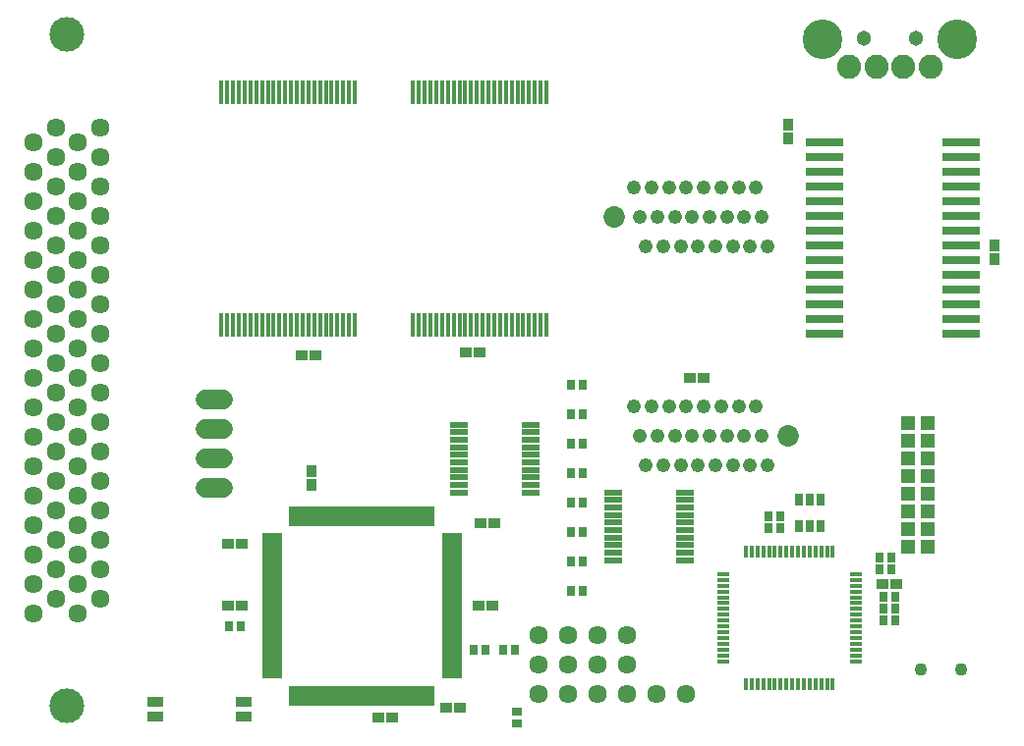
<source format=gbr>
G04 EAGLE Gerber RS-274X export*
G75*
%MOMM*%
%FSLAX34Y34*%
%LPD*%
%INSoldermask Bottom*%
%IPPOS*%
%AMOC8*
5,1,8,0,0,1.08239X$1,22.5*%
G01*
%ADD10C,1.611200*%
%ADD11C,3.003200*%
%ADD12R,0.473200X1.703200*%
%ADD13R,1.703200X0.473200*%
%ADD14R,1.050000X0.350000*%
%ADD15R,0.350000X1.050000*%
%ADD16R,3.203200X0.803200*%
%ADD17R,0.400000X2.000000*%
%ADD18C,1.211200*%
%ADD19C,1.853200*%
%ADD20R,1.603200X0.503200*%
%ADD21R,0.803200X0.903200*%
%ADD22R,0.803200X1.103200*%
%ADD23R,1.128200X0.943200*%
%ADD24R,0.943200X1.128200*%
%ADD25C,1.103200*%
%ADD26R,1.203200X1.303200*%
%ADD27R,1.473200X0.963200*%
%ADD28C,1.727200*%
%ADD29R,0.903200X0.803200*%
%ADD30C,2.082800*%
%ADD31C,3.419200*%
%ADD32C,1.303200*%


D10*
X60330Y107950D03*
X79430Y120650D03*
X60330Y133350D03*
X79430Y146050D03*
X60330Y158750D03*
X79430Y171450D03*
X60330Y184150D03*
X79430Y196850D03*
X60330Y209550D03*
X79430Y222250D03*
X60330Y234950D03*
X79430Y247650D03*
X60330Y260350D03*
X79430Y273050D03*
X60330Y285750D03*
X79430Y298450D03*
X60330Y311150D03*
X79430Y323850D03*
X60330Y336550D03*
X79430Y349250D03*
X60330Y361950D03*
X79430Y374650D03*
X60330Y387350D03*
X79430Y400050D03*
X60330Y412750D03*
X79430Y425450D03*
X60330Y438150D03*
X79430Y450850D03*
X60330Y463550D03*
X79430Y476250D03*
X60330Y488950D03*
X79430Y501650D03*
X60330Y514350D03*
X79430Y527050D03*
X22130Y107950D03*
X41230Y120650D03*
X22130Y133350D03*
X41230Y146050D03*
X22130Y158750D03*
X41230Y171450D03*
X22130Y184150D03*
X41230Y196850D03*
X22130Y209550D03*
X41230Y222250D03*
X22130Y234950D03*
X41230Y247650D03*
X22130Y260350D03*
X41230Y273050D03*
X22130Y285750D03*
X41230Y298450D03*
X22130Y311150D03*
X41230Y323850D03*
X22130Y336550D03*
X41230Y349250D03*
X22130Y361950D03*
X41230Y374650D03*
X22130Y387350D03*
X41230Y400050D03*
X22130Y412750D03*
X41230Y425450D03*
X22130Y438150D03*
X41230Y450850D03*
X22130Y463550D03*
X41230Y476250D03*
X22130Y488950D03*
X41230Y501650D03*
X22130Y514350D03*
X41230Y527050D03*
D11*
X50800Y607050D03*
X50800Y27950D03*
D12*
X244800Y36800D03*
X249800Y36800D03*
X254800Y36800D03*
X259800Y36800D03*
X264800Y36800D03*
X269800Y36800D03*
X274800Y36800D03*
X279800Y36800D03*
X284800Y36800D03*
X289800Y36800D03*
X294800Y36800D03*
X299800Y36800D03*
X304800Y36800D03*
X309800Y36800D03*
X314800Y36800D03*
X319800Y36800D03*
X324800Y36800D03*
X329800Y36800D03*
X334800Y36800D03*
X339800Y36800D03*
X344800Y36800D03*
X349800Y36800D03*
X354800Y36800D03*
X359800Y36800D03*
X364800Y36800D03*
X244800Y191800D03*
X249800Y191800D03*
X254800Y191800D03*
X259800Y191800D03*
X264800Y191800D03*
X269800Y191800D03*
X274800Y191800D03*
X279800Y191800D03*
X284800Y191800D03*
X289800Y191800D03*
X294800Y191800D03*
X299800Y191800D03*
X304800Y191800D03*
X309800Y191800D03*
X314800Y191800D03*
X319800Y191800D03*
X324800Y191800D03*
X329800Y191800D03*
X334800Y191800D03*
X339800Y191800D03*
X344800Y191800D03*
X349800Y191800D03*
X354800Y191800D03*
X359800Y191800D03*
X364800Y191800D03*
D13*
X382300Y174300D03*
X382300Y169300D03*
X382300Y164300D03*
X382300Y159300D03*
X382300Y154300D03*
X382300Y149300D03*
X382300Y144300D03*
X382300Y139300D03*
X382300Y134300D03*
X382300Y129300D03*
X382300Y124300D03*
X382300Y119300D03*
X382300Y114300D03*
X382300Y109300D03*
X382300Y104300D03*
X382300Y99300D03*
X382300Y94300D03*
X382300Y89300D03*
X382300Y84300D03*
X382300Y79300D03*
X382300Y74300D03*
X382300Y69300D03*
X382300Y64300D03*
X382300Y59300D03*
X382300Y54300D03*
X227300Y54300D03*
X227300Y59300D03*
X227300Y64300D03*
X227300Y69300D03*
X227300Y74300D03*
X227300Y79300D03*
X227300Y84300D03*
X227300Y89300D03*
X227300Y94300D03*
X227300Y99300D03*
X227300Y104300D03*
X227300Y109300D03*
X227300Y114300D03*
X227300Y119300D03*
X227300Y124300D03*
X227300Y129300D03*
X227300Y134300D03*
X227300Y139300D03*
X227300Y144300D03*
X227300Y149300D03*
X227300Y154300D03*
X227300Y159300D03*
X227300Y164300D03*
X227300Y169300D03*
X227300Y174300D03*
D14*
X730100Y141640D03*
X730100Y136640D03*
X730100Y131640D03*
X730100Y126640D03*
X730100Y121640D03*
X730100Y116640D03*
X730100Y111640D03*
X730100Y106640D03*
X730100Y101640D03*
X730100Y96640D03*
X730100Y91640D03*
X730100Y86640D03*
X730100Y81640D03*
X730100Y76640D03*
X730100Y71640D03*
X730100Y66640D03*
D15*
X710600Y47140D03*
X705600Y47140D03*
X700600Y47140D03*
X695600Y47140D03*
X690600Y47140D03*
X685600Y47140D03*
X680600Y47140D03*
X675600Y47140D03*
X670600Y47140D03*
X665600Y47140D03*
X660600Y47140D03*
X655600Y47140D03*
X650600Y47140D03*
X645600Y47140D03*
X640600Y47140D03*
X635600Y47140D03*
D14*
X616100Y66640D03*
X616100Y71640D03*
X616100Y76640D03*
X616100Y81640D03*
X616100Y86640D03*
X616100Y91640D03*
X616100Y96640D03*
X616100Y101640D03*
X616100Y106640D03*
X616100Y111640D03*
X616100Y116640D03*
X616100Y121640D03*
X616100Y126640D03*
X616100Y131640D03*
X616100Y136640D03*
X616100Y141640D03*
D15*
X635600Y161140D03*
X640600Y161140D03*
X645600Y161140D03*
X650600Y161140D03*
X655600Y161140D03*
X660600Y161140D03*
X665600Y161140D03*
X670600Y161140D03*
X675600Y161140D03*
X680600Y161140D03*
X685600Y161140D03*
X690600Y161140D03*
X695600Y161140D03*
X700600Y161140D03*
X705600Y161140D03*
X710600Y161140D03*
D16*
X821000Y514350D03*
X821000Y501650D03*
X821000Y488950D03*
X821000Y476250D03*
X821000Y463550D03*
X821000Y450850D03*
X821000Y438150D03*
X821000Y425450D03*
X821000Y412750D03*
X821000Y400050D03*
X821000Y387350D03*
X821000Y374650D03*
X821000Y361950D03*
X821000Y349250D03*
X703000Y349250D03*
X703000Y361950D03*
X703000Y374650D03*
X703000Y387350D03*
X703000Y400050D03*
X703000Y412750D03*
X703000Y425450D03*
X703000Y438150D03*
X703000Y450850D03*
X703000Y463550D03*
X703000Y476250D03*
X703000Y488950D03*
X703000Y501650D03*
X703000Y514350D03*
D17*
X183800Y557450D03*
X188800Y557450D03*
X193800Y557450D03*
X198800Y557450D03*
X203800Y557450D03*
X208800Y557450D03*
X213800Y557450D03*
X218800Y557450D03*
X223800Y557450D03*
X228800Y557450D03*
X233800Y557450D03*
X238800Y557450D03*
X243800Y557450D03*
X248800Y557450D03*
X253800Y557450D03*
X258800Y557450D03*
X263800Y557450D03*
X268800Y557450D03*
X273800Y557450D03*
X278800Y557450D03*
X283800Y557450D03*
X288800Y557450D03*
X293800Y557450D03*
X298800Y557450D03*
X298800Y356950D03*
X293800Y356950D03*
X288800Y356950D03*
X283800Y356950D03*
X278800Y356950D03*
X273800Y356950D03*
X268800Y356950D03*
X263800Y356950D03*
X258800Y356950D03*
X253800Y356950D03*
X248800Y356950D03*
X243800Y356950D03*
X238800Y356950D03*
X233800Y356950D03*
X228800Y356950D03*
X223800Y356950D03*
X218800Y356950D03*
X213800Y356950D03*
X208800Y356950D03*
X203800Y356950D03*
X198800Y356950D03*
X193800Y356950D03*
X188800Y356950D03*
X183800Y356950D03*
D18*
X654400Y424750D03*
X649400Y450150D03*
X644400Y475550D03*
X639400Y424750D03*
X634400Y450150D03*
X629400Y475550D03*
X624400Y424750D03*
X619400Y450150D03*
X614400Y475550D03*
X609400Y424750D03*
X604400Y450150D03*
X599400Y475550D03*
X594400Y424750D03*
X589400Y450150D03*
X584400Y475550D03*
X579400Y424750D03*
X574400Y450150D03*
X569400Y475550D03*
X564400Y424750D03*
X559400Y450150D03*
X554400Y475550D03*
X549400Y424750D03*
X544400Y450150D03*
X539400Y475550D03*
X539400Y286450D03*
X544400Y261050D03*
X549400Y235650D03*
X554400Y286450D03*
X559400Y261050D03*
X564400Y235650D03*
X569400Y286450D03*
X574400Y261050D03*
X579400Y235650D03*
X584400Y286450D03*
X589400Y261050D03*
X594400Y235650D03*
X599400Y286450D03*
X604400Y261050D03*
X609400Y235650D03*
X614400Y286450D03*
X619400Y261050D03*
X624400Y235650D03*
X629400Y286450D03*
X634400Y261050D03*
X639400Y235650D03*
X644400Y286450D03*
X649400Y261050D03*
X654400Y235650D03*
D19*
X671900Y261050D03*
X521900Y450150D03*
D17*
X348900Y557450D03*
X353900Y557450D03*
X358900Y557450D03*
X363900Y557450D03*
X368900Y557450D03*
X373900Y557450D03*
X378900Y557450D03*
X383900Y557450D03*
X388900Y557450D03*
X393900Y557450D03*
X398900Y557450D03*
X403900Y557450D03*
X408900Y557450D03*
X413900Y557450D03*
X418900Y557450D03*
X423900Y557450D03*
X428900Y557450D03*
X433900Y557450D03*
X438900Y557450D03*
X443900Y557450D03*
X448900Y557450D03*
X453900Y557450D03*
X458900Y557450D03*
X463900Y557450D03*
X463900Y356950D03*
X458900Y356950D03*
X453900Y356950D03*
X448900Y356950D03*
X443900Y356950D03*
X438900Y356950D03*
X433900Y356950D03*
X428900Y356950D03*
X423900Y356950D03*
X418900Y356950D03*
X413900Y356950D03*
X408900Y356950D03*
X403900Y356950D03*
X398900Y356950D03*
X393900Y356950D03*
X388900Y356950D03*
X383900Y356950D03*
X378900Y356950D03*
X373900Y356950D03*
X368900Y356950D03*
X363900Y356950D03*
X358900Y356950D03*
X353900Y356950D03*
X348900Y356950D03*
D20*
X521450Y153630D03*
X521450Y160130D03*
X521450Y166630D03*
X521450Y173130D03*
X521450Y179630D03*
X521450Y186130D03*
X521450Y192630D03*
X521450Y199130D03*
X521450Y205630D03*
X521450Y212130D03*
X583450Y212130D03*
X583450Y205630D03*
X583450Y199130D03*
X583450Y192630D03*
X583450Y186130D03*
X583450Y179630D03*
X583450Y173130D03*
X583450Y166630D03*
X583450Y160130D03*
X583450Y153630D03*
D10*
X457200Y63500D03*
X482600Y63500D03*
X508000Y63500D03*
X533400Y63500D03*
X533400Y88900D03*
X508000Y88900D03*
X482600Y88900D03*
X457200Y88900D03*
X457200Y38100D03*
X482600Y38100D03*
X508000Y38100D03*
X533400Y38100D03*
X558800Y38100D03*
X584200Y38100D03*
D21*
X200580Y96520D03*
X190580Y96520D03*
X485220Y127000D03*
X495220Y127000D03*
X485220Y152400D03*
X495220Y152400D03*
X485220Y177800D03*
X495220Y177800D03*
X485220Y203200D03*
X495220Y203200D03*
X485220Y228600D03*
X495220Y228600D03*
X485220Y254000D03*
X495220Y254000D03*
X485220Y279400D03*
X495220Y279400D03*
X485220Y304800D03*
X495220Y304800D03*
D22*
X681380Y205810D03*
X690880Y205810D03*
X700380Y205810D03*
X700380Y182810D03*
X690880Y182810D03*
X681380Y182810D03*
D21*
X665400Y191770D03*
X655400Y191770D03*
X665400Y181610D03*
X655400Y181610D03*
X764460Y111760D03*
X754460Y111760D03*
X764460Y101600D03*
X754460Y101600D03*
X764460Y121920D03*
X754460Y121920D03*
D23*
X201580Y114300D03*
X189580Y114300D03*
X201580Y167640D03*
X189580Y167640D03*
D24*
X261620Y218790D03*
X261620Y230790D03*
D23*
X406750Y185420D03*
X418750Y185420D03*
X405480Y114300D03*
X417480Y114300D03*
X377540Y26670D03*
X389540Y26670D03*
X331120Y17780D03*
X319120Y17780D03*
X253080Y330200D03*
X265080Y330200D03*
X406050Y332740D03*
X394050Y332740D03*
X599090Y311150D03*
X587090Y311150D03*
D25*
X821410Y59690D03*
X786410Y59690D03*
D23*
X753460Y133350D03*
X765460Y133350D03*
D21*
X750650Y146050D03*
X760650Y146050D03*
X760650Y156210D03*
X750650Y156210D03*
D24*
X671830Y517240D03*
X671830Y529240D03*
X849630Y413100D03*
X849630Y425100D03*
D26*
X792090Y271780D03*
X775090Y271780D03*
X792090Y256540D03*
X775090Y256540D03*
X792090Y241300D03*
X775090Y241300D03*
X792090Y226060D03*
X775090Y226060D03*
X792090Y210820D03*
X775090Y210820D03*
X792090Y195580D03*
X775090Y195580D03*
X792090Y180340D03*
X775090Y180340D03*
X792090Y165100D03*
X775090Y165100D03*
D27*
X127150Y19050D03*
X127150Y31750D03*
X203050Y31750D03*
X203050Y19050D03*
D20*
X450100Y270550D03*
X450100Y264050D03*
X450100Y257550D03*
X450100Y251050D03*
X450100Y244550D03*
X450100Y238050D03*
X450100Y231550D03*
X450100Y225050D03*
X450100Y218550D03*
X450100Y212050D03*
X388100Y212050D03*
X388100Y218550D03*
X388100Y225050D03*
X388100Y231550D03*
X388100Y238050D03*
X388100Y244550D03*
X388100Y251050D03*
X388100Y257550D03*
X388100Y264050D03*
X388100Y270550D03*
D28*
X185420Y292100D02*
X170180Y292100D01*
X170180Y266700D02*
X185420Y266700D01*
X185420Y241300D02*
X170180Y241300D01*
X170180Y215900D02*
X185420Y215900D01*
D29*
X438150Y22780D03*
X438150Y12780D03*
D21*
X436800Y76200D03*
X426800Y76200D03*
X401400Y76200D03*
X411400Y76200D03*
D30*
X794460Y579250D03*
X770730Y579250D03*
X748190Y579250D03*
X724460Y579250D03*
D31*
X701460Y603250D03*
X817460Y603250D03*
D32*
X781960Y604250D03*
X736960Y604250D03*
M02*

</source>
